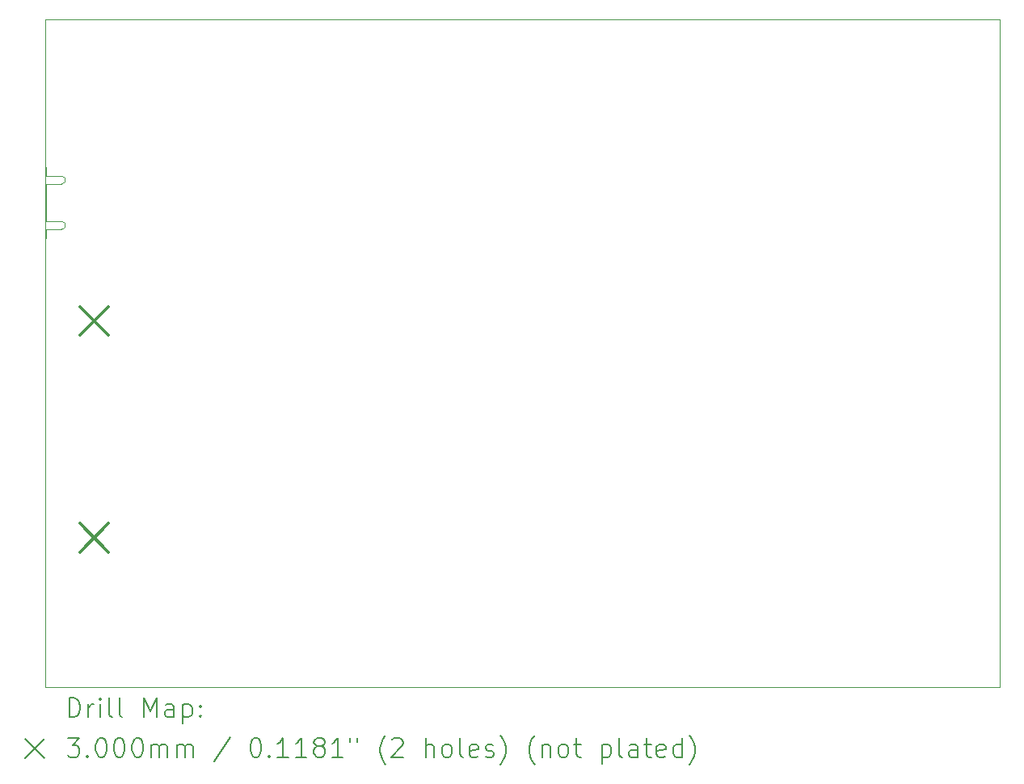
<source format=gbr>
%TF.GenerationSoftware,KiCad,Pcbnew,8.0.6*%
%TF.CreationDate,2025-02-16T00:38:14-05:00*%
%TF.ProjectId,SCAN_mainboard,5343414e-5f6d-4616-996e-626f6172642e,v1.0*%
%TF.SameCoordinates,Original*%
%TF.FileFunction,Drillmap*%
%TF.FilePolarity,Positive*%
%FSLAX45Y45*%
G04 Gerber Fmt 4.5, Leading zero omitted, Abs format (unit mm)*
G04 Created by KiCad (PCBNEW 8.0.6) date 2025-02-16 00:38:14*
%MOMM*%
%LPD*%
G01*
G04 APERTURE LIST*
%ADD10C,0.100000*%
%ADD11C,0.200000*%
%ADD12C,0.300000*%
G04 APERTURE END LIST*
D10*
X9685000Y-6208000D02*
X19685000Y-6208000D01*
X19685000Y-13208000D01*
X9685000Y-13208000D01*
X9685000Y-6208000D01*
X9857500Y-8325500D02*
G75*
G02*
X9857500Y-8410500I0J-42500D01*
G01*
X9857500Y-7850500D02*
G75*
G02*
X9857500Y-7935500I0J-42500D01*
G01*
X9700000Y-8410500D02*
X9700000Y-8505500D01*
X9857500Y-8410500D02*
X9700000Y-8410500D01*
X9857500Y-8325500D02*
X9700000Y-8325500D01*
X9700000Y-7935500D02*
X9700000Y-8325500D01*
X9857500Y-7935500D02*
X9700000Y-7935500D01*
X9857500Y-7850500D02*
X9700000Y-7850500D01*
X9700000Y-7755500D02*
X9700000Y-7850500D01*
D11*
D12*
X10050000Y-9223000D02*
X10350000Y-9523000D01*
X10350000Y-9223000D02*
X10050000Y-9523000D01*
X10050000Y-11493000D02*
X10350000Y-11793000D01*
X10350000Y-11493000D02*
X10050000Y-11793000D01*
D11*
X9940777Y-13524484D02*
X9940777Y-13324484D01*
X9940777Y-13324484D02*
X9988396Y-13324484D01*
X9988396Y-13324484D02*
X10016967Y-13334008D01*
X10016967Y-13334008D02*
X10036015Y-13353055D01*
X10036015Y-13353055D02*
X10045539Y-13372103D01*
X10045539Y-13372103D02*
X10055063Y-13410198D01*
X10055063Y-13410198D02*
X10055063Y-13438769D01*
X10055063Y-13438769D02*
X10045539Y-13476865D01*
X10045539Y-13476865D02*
X10036015Y-13495912D01*
X10036015Y-13495912D02*
X10016967Y-13514960D01*
X10016967Y-13514960D02*
X9988396Y-13524484D01*
X9988396Y-13524484D02*
X9940777Y-13524484D01*
X10140777Y-13524484D02*
X10140777Y-13391150D01*
X10140777Y-13429246D02*
X10150301Y-13410198D01*
X10150301Y-13410198D02*
X10159824Y-13400674D01*
X10159824Y-13400674D02*
X10178872Y-13391150D01*
X10178872Y-13391150D02*
X10197920Y-13391150D01*
X10264586Y-13524484D02*
X10264586Y-13391150D01*
X10264586Y-13324484D02*
X10255063Y-13334008D01*
X10255063Y-13334008D02*
X10264586Y-13343531D01*
X10264586Y-13343531D02*
X10274110Y-13334008D01*
X10274110Y-13334008D02*
X10264586Y-13324484D01*
X10264586Y-13324484D02*
X10264586Y-13343531D01*
X10388396Y-13524484D02*
X10369348Y-13514960D01*
X10369348Y-13514960D02*
X10359824Y-13495912D01*
X10359824Y-13495912D02*
X10359824Y-13324484D01*
X10493158Y-13524484D02*
X10474110Y-13514960D01*
X10474110Y-13514960D02*
X10464586Y-13495912D01*
X10464586Y-13495912D02*
X10464586Y-13324484D01*
X10721729Y-13524484D02*
X10721729Y-13324484D01*
X10721729Y-13324484D02*
X10788396Y-13467341D01*
X10788396Y-13467341D02*
X10855063Y-13324484D01*
X10855063Y-13324484D02*
X10855063Y-13524484D01*
X11036015Y-13524484D02*
X11036015Y-13419722D01*
X11036015Y-13419722D02*
X11026491Y-13400674D01*
X11026491Y-13400674D02*
X11007444Y-13391150D01*
X11007444Y-13391150D02*
X10969348Y-13391150D01*
X10969348Y-13391150D02*
X10950301Y-13400674D01*
X11036015Y-13514960D02*
X11016967Y-13524484D01*
X11016967Y-13524484D02*
X10969348Y-13524484D01*
X10969348Y-13524484D02*
X10950301Y-13514960D01*
X10950301Y-13514960D02*
X10940777Y-13495912D01*
X10940777Y-13495912D02*
X10940777Y-13476865D01*
X10940777Y-13476865D02*
X10950301Y-13457817D01*
X10950301Y-13457817D02*
X10969348Y-13448293D01*
X10969348Y-13448293D02*
X11016967Y-13448293D01*
X11016967Y-13448293D02*
X11036015Y-13438769D01*
X11131253Y-13391150D02*
X11131253Y-13591150D01*
X11131253Y-13400674D02*
X11150301Y-13391150D01*
X11150301Y-13391150D02*
X11188396Y-13391150D01*
X11188396Y-13391150D02*
X11207443Y-13400674D01*
X11207443Y-13400674D02*
X11216967Y-13410198D01*
X11216967Y-13410198D02*
X11226491Y-13429246D01*
X11226491Y-13429246D02*
X11226491Y-13486388D01*
X11226491Y-13486388D02*
X11216967Y-13505436D01*
X11216967Y-13505436D02*
X11207443Y-13514960D01*
X11207443Y-13514960D02*
X11188396Y-13524484D01*
X11188396Y-13524484D02*
X11150301Y-13524484D01*
X11150301Y-13524484D02*
X11131253Y-13514960D01*
X11312205Y-13505436D02*
X11321729Y-13514960D01*
X11321729Y-13514960D02*
X11312205Y-13524484D01*
X11312205Y-13524484D02*
X11302682Y-13514960D01*
X11302682Y-13514960D02*
X11312205Y-13505436D01*
X11312205Y-13505436D02*
X11312205Y-13524484D01*
X11312205Y-13400674D02*
X11321729Y-13410198D01*
X11321729Y-13410198D02*
X11312205Y-13419722D01*
X11312205Y-13419722D02*
X11302682Y-13410198D01*
X11302682Y-13410198D02*
X11312205Y-13400674D01*
X11312205Y-13400674D02*
X11312205Y-13419722D01*
X9480000Y-13753000D02*
X9680000Y-13953000D01*
X9680000Y-13753000D02*
X9480000Y-13953000D01*
X9921729Y-13744484D02*
X10045539Y-13744484D01*
X10045539Y-13744484D02*
X9978872Y-13820674D01*
X9978872Y-13820674D02*
X10007444Y-13820674D01*
X10007444Y-13820674D02*
X10026491Y-13830198D01*
X10026491Y-13830198D02*
X10036015Y-13839722D01*
X10036015Y-13839722D02*
X10045539Y-13858769D01*
X10045539Y-13858769D02*
X10045539Y-13906388D01*
X10045539Y-13906388D02*
X10036015Y-13925436D01*
X10036015Y-13925436D02*
X10026491Y-13934960D01*
X10026491Y-13934960D02*
X10007444Y-13944484D01*
X10007444Y-13944484D02*
X9950301Y-13944484D01*
X9950301Y-13944484D02*
X9931253Y-13934960D01*
X9931253Y-13934960D02*
X9921729Y-13925436D01*
X10131253Y-13925436D02*
X10140777Y-13934960D01*
X10140777Y-13934960D02*
X10131253Y-13944484D01*
X10131253Y-13944484D02*
X10121729Y-13934960D01*
X10121729Y-13934960D02*
X10131253Y-13925436D01*
X10131253Y-13925436D02*
X10131253Y-13944484D01*
X10264586Y-13744484D02*
X10283634Y-13744484D01*
X10283634Y-13744484D02*
X10302682Y-13754008D01*
X10302682Y-13754008D02*
X10312205Y-13763531D01*
X10312205Y-13763531D02*
X10321729Y-13782579D01*
X10321729Y-13782579D02*
X10331253Y-13820674D01*
X10331253Y-13820674D02*
X10331253Y-13868293D01*
X10331253Y-13868293D02*
X10321729Y-13906388D01*
X10321729Y-13906388D02*
X10312205Y-13925436D01*
X10312205Y-13925436D02*
X10302682Y-13934960D01*
X10302682Y-13934960D02*
X10283634Y-13944484D01*
X10283634Y-13944484D02*
X10264586Y-13944484D01*
X10264586Y-13944484D02*
X10245539Y-13934960D01*
X10245539Y-13934960D02*
X10236015Y-13925436D01*
X10236015Y-13925436D02*
X10226491Y-13906388D01*
X10226491Y-13906388D02*
X10216967Y-13868293D01*
X10216967Y-13868293D02*
X10216967Y-13820674D01*
X10216967Y-13820674D02*
X10226491Y-13782579D01*
X10226491Y-13782579D02*
X10236015Y-13763531D01*
X10236015Y-13763531D02*
X10245539Y-13754008D01*
X10245539Y-13754008D02*
X10264586Y-13744484D01*
X10455063Y-13744484D02*
X10474110Y-13744484D01*
X10474110Y-13744484D02*
X10493158Y-13754008D01*
X10493158Y-13754008D02*
X10502682Y-13763531D01*
X10502682Y-13763531D02*
X10512205Y-13782579D01*
X10512205Y-13782579D02*
X10521729Y-13820674D01*
X10521729Y-13820674D02*
X10521729Y-13868293D01*
X10521729Y-13868293D02*
X10512205Y-13906388D01*
X10512205Y-13906388D02*
X10502682Y-13925436D01*
X10502682Y-13925436D02*
X10493158Y-13934960D01*
X10493158Y-13934960D02*
X10474110Y-13944484D01*
X10474110Y-13944484D02*
X10455063Y-13944484D01*
X10455063Y-13944484D02*
X10436015Y-13934960D01*
X10436015Y-13934960D02*
X10426491Y-13925436D01*
X10426491Y-13925436D02*
X10416967Y-13906388D01*
X10416967Y-13906388D02*
X10407444Y-13868293D01*
X10407444Y-13868293D02*
X10407444Y-13820674D01*
X10407444Y-13820674D02*
X10416967Y-13782579D01*
X10416967Y-13782579D02*
X10426491Y-13763531D01*
X10426491Y-13763531D02*
X10436015Y-13754008D01*
X10436015Y-13754008D02*
X10455063Y-13744484D01*
X10645539Y-13744484D02*
X10664586Y-13744484D01*
X10664586Y-13744484D02*
X10683634Y-13754008D01*
X10683634Y-13754008D02*
X10693158Y-13763531D01*
X10693158Y-13763531D02*
X10702682Y-13782579D01*
X10702682Y-13782579D02*
X10712205Y-13820674D01*
X10712205Y-13820674D02*
X10712205Y-13868293D01*
X10712205Y-13868293D02*
X10702682Y-13906388D01*
X10702682Y-13906388D02*
X10693158Y-13925436D01*
X10693158Y-13925436D02*
X10683634Y-13934960D01*
X10683634Y-13934960D02*
X10664586Y-13944484D01*
X10664586Y-13944484D02*
X10645539Y-13944484D01*
X10645539Y-13944484D02*
X10626491Y-13934960D01*
X10626491Y-13934960D02*
X10616967Y-13925436D01*
X10616967Y-13925436D02*
X10607444Y-13906388D01*
X10607444Y-13906388D02*
X10597920Y-13868293D01*
X10597920Y-13868293D02*
X10597920Y-13820674D01*
X10597920Y-13820674D02*
X10607444Y-13782579D01*
X10607444Y-13782579D02*
X10616967Y-13763531D01*
X10616967Y-13763531D02*
X10626491Y-13754008D01*
X10626491Y-13754008D02*
X10645539Y-13744484D01*
X10797920Y-13944484D02*
X10797920Y-13811150D01*
X10797920Y-13830198D02*
X10807444Y-13820674D01*
X10807444Y-13820674D02*
X10826491Y-13811150D01*
X10826491Y-13811150D02*
X10855063Y-13811150D01*
X10855063Y-13811150D02*
X10874110Y-13820674D01*
X10874110Y-13820674D02*
X10883634Y-13839722D01*
X10883634Y-13839722D02*
X10883634Y-13944484D01*
X10883634Y-13839722D02*
X10893158Y-13820674D01*
X10893158Y-13820674D02*
X10912205Y-13811150D01*
X10912205Y-13811150D02*
X10940777Y-13811150D01*
X10940777Y-13811150D02*
X10959825Y-13820674D01*
X10959825Y-13820674D02*
X10969348Y-13839722D01*
X10969348Y-13839722D02*
X10969348Y-13944484D01*
X11064586Y-13944484D02*
X11064586Y-13811150D01*
X11064586Y-13830198D02*
X11074110Y-13820674D01*
X11074110Y-13820674D02*
X11093158Y-13811150D01*
X11093158Y-13811150D02*
X11121729Y-13811150D01*
X11121729Y-13811150D02*
X11140777Y-13820674D01*
X11140777Y-13820674D02*
X11150301Y-13839722D01*
X11150301Y-13839722D02*
X11150301Y-13944484D01*
X11150301Y-13839722D02*
X11159825Y-13820674D01*
X11159825Y-13820674D02*
X11178872Y-13811150D01*
X11178872Y-13811150D02*
X11207443Y-13811150D01*
X11207443Y-13811150D02*
X11226491Y-13820674D01*
X11226491Y-13820674D02*
X11236015Y-13839722D01*
X11236015Y-13839722D02*
X11236015Y-13944484D01*
X11626491Y-13734960D02*
X11455063Y-13992103D01*
X11883634Y-13744484D02*
X11902682Y-13744484D01*
X11902682Y-13744484D02*
X11921729Y-13754008D01*
X11921729Y-13754008D02*
X11931253Y-13763531D01*
X11931253Y-13763531D02*
X11940777Y-13782579D01*
X11940777Y-13782579D02*
X11950301Y-13820674D01*
X11950301Y-13820674D02*
X11950301Y-13868293D01*
X11950301Y-13868293D02*
X11940777Y-13906388D01*
X11940777Y-13906388D02*
X11931253Y-13925436D01*
X11931253Y-13925436D02*
X11921729Y-13934960D01*
X11921729Y-13934960D02*
X11902682Y-13944484D01*
X11902682Y-13944484D02*
X11883634Y-13944484D01*
X11883634Y-13944484D02*
X11864586Y-13934960D01*
X11864586Y-13934960D02*
X11855063Y-13925436D01*
X11855063Y-13925436D02*
X11845539Y-13906388D01*
X11845539Y-13906388D02*
X11836015Y-13868293D01*
X11836015Y-13868293D02*
X11836015Y-13820674D01*
X11836015Y-13820674D02*
X11845539Y-13782579D01*
X11845539Y-13782579D02*
X11855063Y-13763531D01*
X11855063Y-13763531D02*
X11864586Y-13754008D01*
X11864586Y-13754008D02*
X11883634Y-13744484D01*
X12036015Y-13925436D02*
X12045539Y-13934960D01*
X12045539Y-13934960D02*
X12036015Y-13944484D01*
X12036015Y-13944484D02*
X12026491Y-13934960D01*
X12026491Y-13934960D02*
X12036015Y-13925436D01*
X12036015Y-13925436D02*
X12036015Y-13944484D01*
X12236015Y-13944484D02*
X12121729Y-13944484D01*
X12178872Y-13944484D02*
X12178872Y-13744484D01*
X12178872Y-13744484D02*
X12159825Y-13773055D01*
X12159825Y-13773055D02*
X12140777Y-13792103D01*
X12140777Y-13792103D02*
X12121729Y-13801627D01*
X12426491Y-13944484D02*
X12312206Y-13944484D01*
X12369348Y-13944484D02*
X12369348Y-13744484D01*
X12369348Y-13744484D02*
X12350301Y-13773055D01*
X12350301Y-13773055D02*
X12331253Y-13792103D01*
X12331253Y-13792103D02*
X12312206Y-13801627D01*
X12540777Y-13830198D02*
X12521729Y-13820674D01*
X12521729Y-13820674D02*
X12512206Y-13811150D01*
X12512206Y-13811150D02*
X12502682Y-13792103D01*
X12502682Y-13792103D02*
X12502682Y-13782579D01*
X12502682Y-13782579D02*
X12512206Y-13763531D01*
X12512206Y-13763531D02*
X12521729Y-13754008D01*
X12521729Y-13754008D02*
X12540777Y-13744484D01*
X12540777Y-13744484D02*
X12578872Y-13744484D01*
X12578872Y-13744484D02*
X12597920Y-13754008D01*
X12597920Y-13754008D02*
X12607444Y-13763531D01*
X12607444Y-13763531D02*
X12616967Y-13782579D01*
X12616967Y-13782579D02*
X12616967Y-13792103D01*
X12616967Y-13792103D02*
X12607444Y-13811150D01*
X12607444Y-13811150D02*
X12597920Y-13820674D01*
X12597920Y-13820674D02*
X12578872Y-13830198D01*
X12578872Y-13830198D02*
X12540777Y-13830198D01*
X12540777Y-13830198D02*
X12521729Y-13839722D01*
X12521729Y-13839722D02*
X12512206Y-13849246D01*
X12512206Y-13849246D02*
X12502682Y-13868293D01*
X12502682Y-13868293D02*
X12502682Y-13906388D01*
X12502682Y-13906388D02*
X12512206Y-13925436D01*
X12512206Y-13925436D02*
X12521729Y-13934960D01*
X12521729Y-13934960D02*
X12540777Y-13944484D01*
X12540777Y-13944484D02*
X12578872Y-13944484D01*
X12578872Y-13944484D02*
X12597920Y-13934960D01*
X12597920Y-13934960D02*
X12607444Y-13925436D01*
X12607444Y-13925436D02*
X12616967Y-13906388D01*
X12616967Y-13906388D02*
X12616967Y-13868293D01*
X12616967Y-13868293D02*
X12607444Y-13849246D01*
X12607444Y-13849246D02*
X12597920Y-13839722D01*
X12597920Y-13839722D02*
X12578872Y-13830198D01*
X12807444Y-13944484D02*
X12693158Y-13944484D01*
X12750301Y-13944484D02*
X12750301Y-13744484D01*
X12750301Y-13744484D02*
X12731253Y-13773055D01*
X12731253Y-13773055D02*
X12712206Y-13792103D01*
X12712206Y-13792103D02*
X12693158Y-13801627D01*
X12883634Y-13744484D02*
X12883634Y-13782579D01*
X12959825Y-13744484D02*
X12959825Y-13782579D01*
X13255063Y-14020674D02*
X13245539Y-14011150D01*
X13245539Y-14011150D02*
X13226491Y-13982579D01*
X13226491Y-13982579D02*
X13216968Y-13963531D01*
X13216968Y-13963531D02*
X13207444Y-13934960D01*
X13207444Y-13934960D02*
X13197920Y-13887341D01*
X13197920Y-13887341D02*
X13197920Y-13849246D01*
X13197920Y-13849246D02*
X13207444Y-13801627D01*
X13207444Y-13801627D02*
X13216968Y-13773055D01*
X13216968Y-13773055D02*
X13226491Y-13754008D01*
X13226491Y-13754008D02*
X13245539Y-13725436D01*
X13245539Y-13725436D02*
X13255063Y-13715912D01*
X13321729Y-13763531D02*
X13331253Y-13754008D01*
X13331253Y-13754008D02*
X13350301Y-13744484D01*
X13350301Y-13744484D02*
X13397920Y-13744484D01*
X13397920Y-13744484D02*
X13416968Y-13754008D01*
X13416968Y-13754008D02*
X13426491Y-13763531D01*
X13426491Y-13763531D02*
X13436015Y-13782579D01*
X13436015Y-13782579D02*
X13436015Y-13801627D01*
X13436015Y-13801627D02*
X13426491Y-13830198D01*
X13426491Y-13830198D02*
X13312206Y-13944484D01*
X13312206Y-13944484D02*
X13436015Y-13944484D01*
X13674110Y-13944484D02*
X13674110Y-13744484D01*
X13759825Y-13944484D02*
X13759825Y-13839722D01*
X13759825Y-13839722D02*
X13750301Y-13820674D01*
X13750301Y-13820674D02*
X13731253Y-13811150D01*
X13731253Y-13811150D02*
X13702682Y-13811150D01*
X13702682Y-13811150D02*
X13683634Y-13820674D01*
X13683634Y-13820674D02*
X13674110Y-13830198D01*
X13883634Y-13944484D02*
X13864587Y-13934960D01*
X13864587Y-13934960D02*
X13855063Y-13925436D01*
X13855063Y-13925436D02*
X13845539Y-13906388D01*
X13845539Y-13906388D02*
X13845539Y-13849246D01*
X13845539Y-13849246D02*
X13855063Y-13830198D01*
X13855063Y-13830198D02*
X13864587Y-13820674D01*
X13864587Y-13820674D02*
X13883634Y-13811150D01*
X13883634Y-13811150D02*
X13912206Y-13811150D01*
X13912206Y-13811150D02*
X13931253Y-13820674D01*
X13931253Y-13820674D02*
X13940777Y-13830198D01*
X13940777Y-13830198D02*
X13950301Y-13849246D01*
X13950301Y-13849246D02*
X13950301Y-13906388D01*
X13950301Y-13906388D02*
X13940777Y-13925436D01*
X13940777Y-13925436D02*
X13931253Y-13934960D01*
X13931253Y-13934960D02*
X13912206Y-13944484D01*
X13912206Y-13944484D02*
X13883634Y-13944484D01*
X14064587Y-13944484D02*
X14045539Y-13934960D01*
X14045539Y-13934960D02*
X14036015Y-13915912D01*
X14036015Y-13915912D02*
X14036015Y-13744484D01*
X14216968Y-13934960D02*
X14197920Y-13944484D01*
X14197920Y-13944484D02*
X14159825Y-13944484D01*
X14159825Y-13944484D02*
X14140777Y-13934960D01*
X14140777Y-13934960D02*
X14131253Y-13915912D01*
X14131253Y-13915912D02*
X14131253Y-13839722D01*
X14131253Y-13839722D02*
X14140777Y-13820674D01*
X14140777Y-13820674D02*
X14159825Y-13811150D01*
X14159825Y-13811150D02*
X14197920Y-13811150D01*
X14197920Y-13811150D02*
X14216968Y-13820674D01*
X14216968Y-13820674D02*
X14226491Y-13839722D01*
X14226491Y-13839722D02*
X14226491Y-13858769D01*
X14226491Y-13858769D02*
X14131253Y-13877817D01*
X14302682Y-13934960D02*
X14321730Y-13944484D01*
X14321730Y-13944484D02*
X14359825Y-13944484D01*
X14359825Y-13944484D02*
X14378872Y-13934960D01*
X14378872Y-13934960D02*
X14388396Y-13915912D01*
X14388396Y-13915912D02*
X14388396Y-13906388D01*
X14388396Y-13906388D02*
X14378872Y-13887341D01*
X14378872Y-13887341D02*
X14359825Y-13877817D01*
X14359825Y-13877817D02*
X14331253Y-13877817D01*
X14331253Y-13877817D02*
X14312206Y-13868293D01*
X14312206Y-13868293D02*
X14302682Y-13849246D01*
X14302682Y-13849246D02*
X14302682Y-13839722D01*
X14302682Y-13839722D02*
X14312206Y-13820674D01*
X14312206Y-13820674D02*
X14331253Y-13811150D01*
X14331253Y-13811150D02*
X14359825Y-13811150D01*
X14359825Y-13811150D02*
X14378872Y-13820674D01*
X14455063Y-14020674D02*
X14464587Y-14011150D01*
X14464587Y-14011150D02*
X14483634Y-13982579D01*
X14483634Y-13982579D02*
X14493158Y-13963531D01*
X14493158Y-13963531D02*
X14502682Y-13934960D01*
X14502682Y-13934960D02*
X14512206Y-13887341D01*
X14512206Y-13887341D02*
X14512206Y-13849246D01*
X14512206Y-13849246D02*
X14502682Y-13801627D01*
X14502682Y-13801627D02*
X14493158Y-13773055D01*
X14493158Y-13773055D02*
X14483634Y-13754008D01*
X14483634Y-13754008D02*
X14464587Y-13725436D01*
X14464587Y-13725436D02*
X14455063Y-13715912D01*
X14816968Y-14020674D02*
X14807444Y-14011150D01*
X14807444Y-14011150D02*
X14788396Y-13982579D01*
X14788396Y-13982579D02*
X14778872Y-13963531D01*
X14778872Y-13963531D02*
X14769349Y-13934960D01*
X14769349Y-13934960D02*
X14759825Y-13887341D01*
X14759825Y-13887341D02*
X14759825Y-13849246D01*
X14759825Y-13849246D02*
X14769349Y-13801627D01*
X14769349Y-13801627D02*
X14778872Y-13773055D01*
X14778872Y-13773055D02*
X14788396Y-13754008D01*
X14788396Y-13754008D02*
X14807444Y-13725436D01*
X14807444Y-13725436D02*
X14816968Y-13715912D01*
X14893158Y-13811150D02*
X14893158Y-13944484D01*
X14893158Y-13830198D02*
X14902682Y-13820674D01*
X14902682Y-13820674D02*
X14921730Y-13811150D01*
X14921730Y-13811150D02*
X14950301Y-13811150D01*
X14950301Y-13811150D02*
X14969349Y-13820674D01*
X14969349Y-13820674D02*
X14978872Y-13839722D01*
X14978872Y-13839722D02*
X14978872Y-13944484D01*
X15102682Y-13944484D02*
X15083634Y-13934960D01*
X15083634Y-13934960D02*
X15074111Y-13925436D01*
X15074111Y-13925436D02*
X15064587Y-13906388D01*
X15064587Y-13906388D02*
X15064587Y-13849246D01*
X15064587Y-13849246D02*
X15074111Y-13830198D01*
X15074111Y-13830198D02*
X15083634Y-13820674D01*
X15083634Y-13820674D02*
X15102682Y-13811150D01*
X15102682Y-13811150D02*
X15131253Y-13811150D01*
X15131253Y-13811150D02*
X15150301Y-13820674D01*
X15150301Y-13820674D02*
X15159825Y-13830198D01*
X15159825Y-13830198D02*
X15169349Y-13849246D01*
X15169349Y-13849246D02*
X15169349Y-13906388D01*
X15169349Y-13906388D02*
X15159825Y-13925436D01*
X15159825Y-13925436D02*
X15150301Y-13934960D01*
X15150301Y-13934960D02*
X15131253Y-13944484D01*
X15131253Y-13944484D02*
X15102682Y-13944484D01*
X15226492Y-13811150D02*
X15302682Y-13811150D01*
X15255063Y-13744484D02*
X15255063Y-13915912D01*
X15255063Y-13915912D02*
X15264587Y-13934960D01*
X15264587Y-13934960D02*
X15283634Y-13944484D01*
X15283634Y-13944484D02*
X15302682Y-13944484D01*
X15521730Y-13811150D02*
X15521730Y-14011150D01*
X15521730Y-13820674D02*
X15540777Y-13811150D01*
X15540777Y-13811150D02*
X15578873Y-13811150D01*
X15578873Y-13811150D02*
X15597920Y-13820674D01*
X15597920Y-13820674D02*
X15607444Y-13830198D01*
X15607444Y-13830198D02*
X15616968Y-13849246D01*
X15616968Y-13849246D02*
X15616968Y-13906388D01*
X15616968Y-13906388D02*
X15607444Y-13925436D01*
X15607444Y-13925436D02*
X15597920Y-13934960D01*
X15597920Y-13934960D02*
X15578873Y-13944484D01*
X15578873Y-13944484D02*
X15540777Y-13944484D01*
X15540777Y-13944484D02*
X15521730Y-13934960D01*
X15731253Y-13944484D02*
X15712206Y-13934960D01*
X15712206Y-13934960D02*
X15702682Y-13915912D01*
X15702682Y-13915912D02*
X15702682Y-13744484D01*
X15893158Y-13944484D02*
X15893158Y-13839722D01*
X15893158Y-13839722D02*
X15883634Y-13820674D01*
X15883634Y-13820674D02*
X15864587Y-13811150D01*
X15864587Y-13811150D02*
X15826492Y-13811150D01*
X15826492Y-13811150D02*
X15807444Y-13820674D01*
X15893158Y-13934960D02*
X15874111Y-13944484D01*
X15874111Y-13944484D02*
X15826492Y-13944484D01*
X15826492Y-13944484D02*
X15807444Y-13934960D01*
X15807444Y-13934960D02*
X15797920Y-13915912D01*
X15797920Y-13915912D02*
X15797920Y-13896865D01*
X15797920Y-13896865D02*
X15807444Y-13877817D01*
X15807444Y-13877817D02*
X15826492Y-13868293D01*
X15826492Y-13868293D02*
X15874111Y-13868293D01*
X15874111Y-13868293D02*
X15893158Y-13858769D01*
X15959825Y-13811150D02*
X16036015Y-13811150D01*
X15988396Y-13744484D02*
X15988396Y-13915912D01*
X15988396Y-13915912D02*
X15997920Y-13934960D01*
X15997920Y-13934960D02*
X16016968Y-13944484D01*
X16016968Y-13944484D02*
X16036015Y-13944484D01*
X16178873Y-13934960D02*
X16159825Y-13944484D01*
X16159825Y-13944484D02*
X16121730Y-13944484D01*
X16121730Y-13944484D02*
X16102682Y-13934960D01*
X16102682Y-13934960D02*
X16093158Y-13915912D01*
X16093158Y-13915912D02*
X16093158Y-13839722D01*
X16093158Y-13839722D02*
X16102682Y-13820674D01*
X16102682Y-13820674D02*
X16121730Y-13811150D01*
X16121730Y-13811150D02*
X16159825Y-13811150D01*
X16159825Y-13811150D02*
X16178873Y-13820674D01*
X16178873Y-13820674D02*
X16188396Y-13839722D01*
X16188396Y-13839722D02*
X16188396Y-13858769D01*
X16188396Y-13858769D02*
X16093158Y-13877817D01*
X16359825Y-13944484D02*
X16359825Y-13744484D01*
X16359825Y-13934960D02*
X16340777Y-13944484D01*
X16340777Y-13944484D02*
X16302682Y-13944484D01*
X16302682Y-13944484D02*
X16283634Y-13934960D01*
X16283634Y-13934960D02*
X16274111Y-13925436D01*
X16274111Y-13925436D02*
X16264587Y-13906388D01*
X16264587Y-13906388D02*
X16264587Y-13849246D01*
X16264587Y-13849246D02*
X16274111Y-13830198D01*
X16274111Y-13830198D02*
X16283634Y-13820674D01*
X16283634Y-13820674D02*
X16302682Y-13811150D01*
X16302682Y-13811150D02*
X16340777Y-13811150D01*
X16340777Y-13811150D02*
X16359825Y-13820674D01*
X16436015Y-14020674D02*
X16445539Y-14011150D01*
X16445539Y-14011150D02*
X16464587Y-13982579D01*
X16464587Y-13982579D02*
X16474111Y-13963531D01*
X16474111Y-13963531D02*
X16483634Y-13934960D01*
X16483634Y-13934960D02*
X16493158Y-13887341D01*
X16493158Y-13887341D02*
X16493158Y-13849246D01*
X16493158Y-13849246D02*
X16483634Y-13801627D01*
X16483634Y-13801627D02*
X16474111Y-13773055D01*
X16474111Y-13773055D02*
X16464587Y-13754008D01*
X16464587Y-13754008D02*
X16445539Y-13725436D01*
X16445539Y-13725436D02*
X16436015Y-13715912D01*
M02*

</source>
